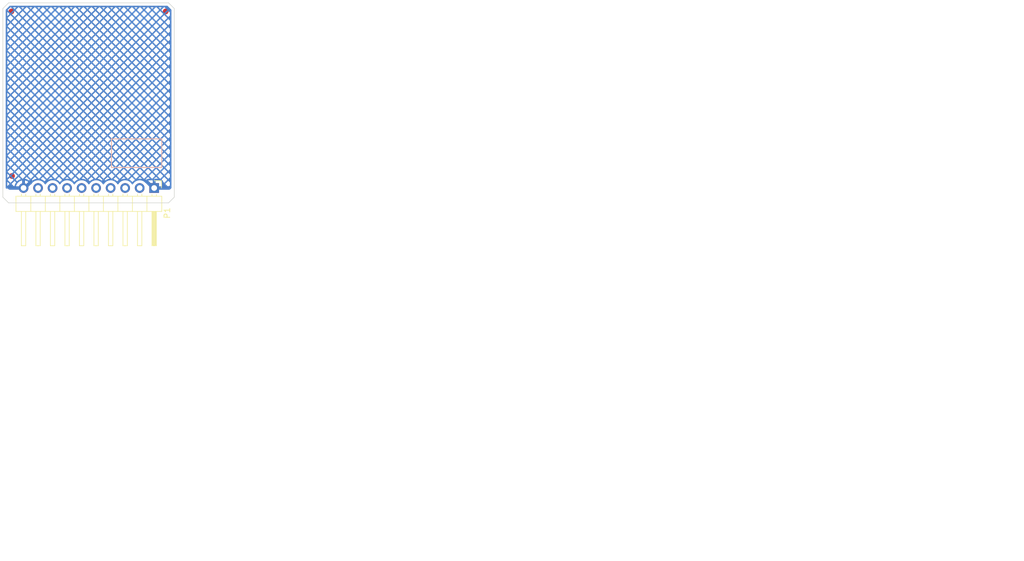
<source format=kicad_pcb>
(kicad_pcb (version 20240108) (generator "pcbnew") (generator_version "8.0")
  (layers (0 "F.Cu" signal) (31 "B.Cu" signal) (34 "B.Paste" user) (35 "F.Paste" user) (36 "B.SilkS" user "B.Silks") (37 "F.SilkS" user "F.Silks") (38 "B.Mask" user) (39 "F.Mask" user) (44 "Edge.Cuts" user))
  (net 0 "")
  (net 3 "GND")
  (net 6 "unconnected-(P1-Pin_9-Pad9)")
  (footprint "Connector_PinHeader_2.54mm:PinHeader_1x10_P2.54mm_Horizontal" (layer "F.Cu") (at 126.205 96.375 -90)
    (property "Reference" "P1" (at 4.385 -2.27 -90) (layer "F.SilkS"))
    (property "Value" "Conn_01x10_Pin")
    (fp_line (start 1.44 24.19) (end 4.1 24.19) (stroke (width 0.12)) (layer "F.SilkS"))
    (fp_line (start 4.1 24.19) (end 4.1 -1.33) (stroke (width 0.12)) (layer "F.SilkS"))
    (fp_line (start 1.042929 23.24) (end 1.44 23.24) (stroke (width 0.12)) (layer "F.SilkS"))
    (fp_line (start 10.1 23.24) (end 4.1 23.24) (stroke (width 0.12)) (layer "F.SilkS"))
    (fp_line (start 1.042929 22.48) (end 1.44 22.48) (stroke (width 0.12)) (layer "F.SilkS"))
    (fp_line (start 4.1 22.48) (end 10.1 22.48) (stroke (width 0.12)) (layer "F.SilkS"))
    (fp_line (start 10.1 22.48) (end 10.1 23.24) (stroke (width 0.12)) (layer "F.SilkS"))
    (fp_line (start 1.44 21.59) (end 4.1 21.59) (stroke (width 0.12)) (layer "F.SilkS"))
    (fp_line (start 1.042929 20.7) (end 1.44 20.7) (stroke (width 0.12)) (layer "F.SilkS"))
    (fp_line (start 10.1 20.7) (end 4.1 20.7) (stroke (width 0.12)) (layer "F.SilkS"))
    (fp_line (start 1.042929 19.94) (end 1.44 19.94) (stroke (width 0.12)) (layer "F.SilkS"))
    (fp_line (start 4.1 19.94) (end 10.1 19.94) (stroke (width 0.12)) (layer "F.SilkS"))
    (fp_line (start 10.1 19.94) (end 10.1 20.7) (stroke (width 0.12)) (layer "F.SilkS"))
    (fp_line (start 1.44 19.05) (end 4.1 19.05) (stroke (width 0.12)) (layer "F.SilkS"))
    (fp_line (start 1.042929 18.16) (end 1.44 18.16) (stroke (width 0.12)) (layer "F.SilkS"))
    (fp_line (start 10.1 18.16) (end 4.1 18.16) (stroke (width 0.12)) (layer "F.SilkS"))
    (fp_line (start 1.042929 17.4) (end 1.44 17.4) (stroke (width 0.12)) (layer "F.SilkS"))
    (fp_line (start 4.1 17.4) (end 10.1 17.4) (stroke (width 0.12)) (layer "F.SilkS"))
    (fp_line (start 10.1 17.4) (end 10.1 18.16) (stroke (width 0.12)) (layer "F.SilkS"))
    (fp_line (start 1.44 16.51) (end 4.1 16.51) (stroke (width 0.12)) (layer "F.SilkS"))
    (fp_line (start 1.042929 15.62) (end 1.44 15.62) (stroke (width 0.12)) (layer "F.SilkS"))
    (fp_line (start 10.1 15.62) (end 4.1 15.62) (stroke (width 0.12)) (layer "F.SilkS"))
    (fp_line (start 1.042929 14.86) (end 1.44 14.86) (stroke (width 0.12)) (layer "F.SilkS"))
    (fp_line (start 4.1 14.86) (end 10.1 14.86) (stroke (width 0.12)) (layer "F.SilkS"))
    (fp_line (start 10.1 14.86) (end 10.1 15.62) (stroke (width 0.12)) (layer "F.SilkS"))
    (fp_line (start 1.44 13.97) (end 4.1 13.97) (stroke (width 0.12)) (layer "F.SilkS"))
    (fp_line (start 1.042929 13.08) (end 1.44 13.08) (stroke (width 0.12)) (layer "F.SilkS"))
    (fp_line (start 10.1 13.08) (end 4.1 13.08) (stroke (width 0.12)) (layer "F.SilkS"))
    (fp_line (start 1.042929 12.32) (end 1.44 12.32) (stroke (width 0.12)) (layer "F.SilkS"))
    (fp_line (start 4.1 12.32) (end 10.1 12.32) (stroke (width 0.12)) (layer "F.SilkS"))
    (fp_line (start 10.1 12.32) (end 10.1 13.08) (stroke (width 0.12)) (layer "F.SilkS"))
    (fp_line (start 1.44 11.43) (end 4.1 11.43) (stroke (width 0.12)) (layer "F.SilkS"))
    (fp_line (start 1.042929 10.54) (end 1.44 10.54) (stroke (width 0.12)) (layer "F.SilkS"))
    (fp_line (start 10.1 10.54) (end 4.1 10.54) (stroke (width 0.12)) (layer "F.SilkS"))
    (fp_line (start 1.042929 9.78) (end 1.44 9.78) (stroke (width 0.12)) (layer "F.SilkS"))
    (fp_line (start 4.1 9.78) (end 10.1 9.78) (stroke (width 0.12)) (layer "F.SilkS"))
    (fp_line (start 10.1 9.78) (end 10.1 10.54) (stroke (width 0.12)) (layer "F.SilkS"))
    (fp_line (start 1.44 8.89) (end 4.1 8.89) (stroke (width 0.12)) (layer "F.SilkS"))
    (fp_line (start 1.042929 8) (end 1.44 8) (stroke (width 0.12)) (layer "F.SilkS"))
    (fp_line (start 10.1 8) (end 4.1 8) (stroke (width 0.12)) (layer "F.SilkS"))
    (fp_line (start 1.042929 7.24) (end 1.44 7.24) (stroke (width 0.12)) (layer "F.SilkS"))
    (fp_line (start 4.1 7.24) (end 10.1 7.24) (stroke (width 0.12)) (layer "F.SilkS"))
    (fp_line (start 10.1 7.24) (end 10.1 8) (stroke (width 0.12)) (layer "F.SilkS"))
    (fp_line (start 1.44 6.35) (end 4.1 6.35) (stroke (width 0.12)) (layer "F.SilkS"))
    (fp_line (start 1.042929 5.46) (end 1.44 5.46) (stroke (width 0.12)) (layer "F.SilkS"))
    (fp_line (start 10.1 5.46) (end 4.1 5.46) (stroke (width 0.12)) (layer "F.SilkS"))
    (fp_line (start 1.042929 4.7) (end 1.44 4.7) (stroke (width 0.12)) (layer "F.SilkS"))
    (fp_line (start 4.1 4.7) (end 10.1 4.7) (stroke (width 0.12)) (layer "F.SilkS"))
    (fp_line (start 10.1 4.7) (end 10.1 5.46) (stroke (width 0.12)) (layer "F.SilkS"))
    (fp_line (start 1.44 3.81) (end 4.1 3.81) (stroke (width 0.12)) (layer "F.SilkS"))
    (fp_line (start 1.042929 2.92) (end 1.44 2.92) (stroke (width 0.12)) (layer "F.SilkS"))
    (fp_line (start 10.1 2.92) (end 4.1 2.92) (stroke (width 0.12)) (layer "F.SilkS"))
    (fp_line (start 1.042929 2.16) (end 1.44 2.16) (stroke (width 0.12)) (layer "F.SilkS"))
    (fp_line (start 4.1 2.16) (end 10.1 2.16) (stroke (width 0.12)) (layer "F.SilkS"))
    (fp_line (start 10.1 2.16) (end 10.1 2.92) (stroke (width 0.12)) (layer "F.SilkS"))
    (fp_line (start 1.44 1.27) (end 4.1 1.27) (stroke (width 0.12)) (layer "F.SilkS"))
    (fp_line (start 1.11 0.38) (end 1.44 0.38) (stroke (width 0.12)) (layer "F.SilkS"))
    (fp_line (start 10.1 0.38) (end 4.1 0.38) (stroke (width 0.12)) (layer "F.SilkS"))
    (fp_line (start 4.1 0.28) (end 10.1 0.28) (stroke (width 0.12)) (layer "F.SilkS"))
    (fp_line (start 4.1 0.16) (end 10.1 0.16) (stroke (width 0.12)) (layer "F.SilkS"))
    (fp_line (start 4.1 0.04) (end 10.1 0.04) (stroke (width 0.12)) (layer "F.SilkS"))
    (fp_line (start -1.27 0) (end -1.27 -1.27) (stroke (width 0.12)) (layer "F.SilkS"))
    (fp_line (start 4.1 -0.08) (end 10.1 -0.08) (stroke (width 0.12)) (layer "F.SilkS"))
    (fp_line (start 4.1 -0.2) (end 10.1 -0.2) (stroke (width 0.12)) (layer "F.SilkS"))
    (fp_line (start 4.1 -0.32) (end 10.1 -0.32) (stroke (width 0.12)) (layer "F.SilkS"))
    (fp_line (start 1.11 -0.38) (end 1.44 -0.38) (stroke (width 0.12)) (layer "F.SilkS"))
    (fp_line (start 4.1 -0.38) (end 10.1 -0.38) (stroke (width 0.12)) (layer "F.SilkS"))
    (fp_line (start 10.1 -0.38) (end 10.1 0.38) (stroke (width 0.12)) (layer "F.SilkS"))
    (fp_line (start -1.27 -1.27) (end 0 -1.27) (stroke (width 0.12)) (layer "F.SilkS"))
    (fp_line (start 1.44 -1.33) (end 1.44 24.19) (stroke (width 0.12)) (layer "F.SilkS"))
    (fp_line (start 4.1 -1.33) (end 1.44 -1.33) (stroke (width 0.12)) (layer "F.SilkS"))
    (pad "1" thru_hole rect (at 0 0 270) (size 1.7 1.7) (drill 1) (layers "*.Cu" "*.Mask") (net 3 "GND"))
    (pad "2" thru_hole oval (at 0 2.54 270) (size 1.7 1.7) (drill 1) (layers "*.Cu" "*.Mask"))
    (pad "3" thru_hole oval (at 0 5.08 270) (size 1.7 1.7) (drill 1) (layers "*.Cu" "*.Mask"))
    (pad "4" thru_hole oval (at 0 7.62 270) (size 1.7 1.7) (drill 1) (layers "*.Cu" "*.Mask"))
    (pad "5" thru_hole oval (at 0 10.16 270) (size 1.7 1.7) (drill 1) (layers "*.Cu" "*.Mask"))
    (pad "6" thru_hole oval (at 0 12.7 270) (size 1.7 1.7) (drill 1) (layers "*.Cu" "*.Mask"))
    (pad "7" thru_hole oval (at 0 15.24 270) (size 1.7 1.7) (drill 1) (layers "*.Cu" "*.Mask"))
    (pad "8" thru_hole oval (at 0 17.78 270) (size 1.7 1.7) (drill 1) (layers "*.Cu" "*.Mask"))
    (pad "9" thru_hole oval (at 0 20.32 270) (size 1.7 1.7) (drill 1) (layers "*.Cu" "*.Mask") (net 6 "unconnected-(P1-Pin_9-Pad9)"))
    (pad "10" thru_hole oval (at 0 22.86 270) (size 1.7 1.7) (drill 1) (layers "*.Cu" "*.Mask") (net 3 "GND"))
  )
  (footprint "astable1:Fiducial_1mm_Mask3mm" (layer "F.Cu") (at 101.225 65.475)
    (property "Reference" "FIDF1" (hide yes))
    (property "Value" "Fiducial_1mm_Mask3mm" (hide yes))
    (pad "" smd circle (at 0 0) (size 1 1) (layers "F.Cu" "F.Mask") (clearance 1))
  )
  (footprint "astable1:Fiducial_1mm_Mask3mm" (layer "F.Cu") (at 128.225 65.475)
    (property "Reference" "FIDF2" (hide yes))
    (property "Value" "Fiducial_1mm_Mask3mm" (hide yes))
    (pad "" smd circle (at 0 0) (size 1 1) (layers "F.Cu" "F.Mask") (clearance 1))
  )
  (footprint "astable1:Fiducial_1mm_Mask3mm" (layer "F.Cu") (at 101.325 94.275)
    (property "Reference" "FIDF3" (hide yes))
    (property "Value" "Fiducial_1mm_Mask3mm" (hide yes))
    (pad "" smd circle (at 0 0) (size 1 1) (layers "F.Cu" "F.Mask") (clearance 1))
  )
  (gr_rect (start 118.725 87.775) (end 127.525 92.775) (stroke (width 0.16)) (fill none) (layer "B.SilkS"))
  (gr_line (start 128.725 63.975) (end 129.725 64.975) (stroke (width 0.1)) (layer "Edge.Cuts"))
  (gr_line (start 128.725 98.975) (end 100.725 98.975) (stroke (width 0.1)) (layer "Edge.Cuts"))
  (gr_line (start 129.725 97.975) (end 129.725 64.975) (stroke (width 0.1)) (layer "Edge.Cuts"))
  (gr_line (start 100.725 63.975) (end 99.725 64.975) (stroke (width 0.1)) (layer "Edge.Cuts"))
  (gr_line (start 99.725 97.975) (end 99.725 64.975) (stroke (width 0.1)) (layer "Edge.Cuts"))
  (gr_line (start 128.725 63.975) (end 100.725 63.975) (stroke (width 0.1)) (layer "Edge.Cuts"))
  (gr_line (start 100.725 98.975) (end 99.725 97.975) (stroke (width 0.1)) (layer "Edge.Cuts"))
  (gr_line (start 128.725 98.975) (end 129.725 97.975) (stroke (width 0.1)) (layer "Edge.Cuts"))
  (segment (start 103.551547 96.375) (end 104.538274 95.388273) (width 0.6) (layer "B.Cu") (net 3))
  (segment (start 103.345 96.375) (end 100.925 96.375) (width 0.6) (layer "B.Cu") (net 3))
  (segment (start 126.205 96.375) (end 126.525 96.375) (width 0.4) (layer "B.Cu") (net 3))
  (segment (start 126.205 96.375) (end 128.825 96.375) (width 0.6) (layer "B.Cu") (net 3))
  (segment (start 126.025 96.375) (end 124.825 95.175) (width 0.6) (layer "B.Cu") (net 3))
  (segment (start 105.885 96.375) (end 105.885 95.835) (width 0.4) (layer "F.Cu") (net 6))
  (zone (net 3) (net_name "GND") (layer "B.Cu") (priority 1) (connect_pads (clearance 0.5)) (min_thickness 0.25) (fill yes (mode hatch) (thermal_gap 0.5) (thermal_bridge_width 0.5) (hatch_thickness 0.25) (hatch_gap 0.75) (hatch_orientation 45) (hatch_border_algorithm hatch_thickness) (hatch_min_hole_area 0.3))
    (polygon (pts (xy 99.225 63.475) (xy 130.225 63.475) (xy 130.225 96.475) (xy 99.225 96.475)))
  )
)
</source>
